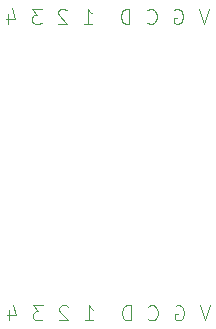
<source format=gbr>
%TF.GenerationSoftware,KiCad,Pcbnew,6.0.2-378541a8eb~116~ubuntu20.04.1*%
%TF.CreationDate,2022-03-15T11:55:06+02:00*%
%TF.ProjectId,ActionPCB,41637469-6f6e-4504-9342-2e6b69636164,rev?*%
%TF.SameCoordinates,Original*%
%TF.FileFunction,Legend,Bot*%
%TF.FilePolarity,Positive*%
%FSLAX46Y46*%
G04 Gerber Fmt 4.6, Leading zero omitted, Abs format (unit mm)*
G04 Created by KiCad (PCBNEW 6.0.2-378541a8eb~116~ubuntu20.04.1) date 2022-03-15 11:55:06*
%MOMM*%
%LPD*%
G01*
G04 APERTURE LIST*
%ADD10C,0.125000*%
G04 APERTURE END LIST*
D10*
X131767857Y-35254523D02*
X131344523Y-36524523D01*
X130921190Y-35254523D01*
X128865000Y-35315000D02*
X128985952Y-35254523D01*
X129167380Y-35254523D01*
X129348809Y-35315000D01*
X129469761Y-35435952D01*
X129530238Y-35556904D01*
X129590714Y-35798809D01*
X129590714Y-35980238D01*
X129530238Y-36222142D01*
X129469761Y-36343095D01*
X129348809Y-36464047D01*
X129167380Y-36524523D01*
X129046428Y-36524523D01*
X128865000Y-36464047D01*
X128804523Y-36403571D01*
X128804523Y-35980238D01*
X129046428Y-35980238D01*
X126566904Y-36403571D02*
X126627380Y-36464047D01*
X126808809Y-36524523D01*
X126929761Y-36524523D01*
X127111190Y-36464047D01*
X127232142Y-36343095D01*
X127292619Y-36222142D01*
X127353095Y-35980238D01*
X127353095Y-35798809D01*
X127292619Y-35556904D01*
X127232142Y-35435952D01*
X127111190Y-35315000D01*
X126929761Y-35254523D01*
X126808809Y-35254523D01*
X126627380Y-35315000D01*
X126566904Y-35375476D01*
X125055000Y-36524523D02*
X125055000Y-35254523D01*
X124752619Y-35254523D01*
X124571190Y-35315000D01*
X124450238Y-35435952D01*
X124389761Y-35556904D01*
X124329285Y-35798809D01*
X124329285Y-35980238D01*
X124389761Y-36222142D01*
X124450238Y-36343095D01*
X124571190Y-36464047D01*
X124752619Y-36524523D01*
X125055000Y-36524523D01*
X121184523Y-36524523D02*
X121910238Y-36524523D01*
X121547380Y-36524523D02*
X121547380Y-35254523D01*
X121668333Y-35435952D01*
X121789285Y-35556904D01*
X121910238Y-35617380D01*
X119733095Y-35375476D02*
X119672619Y-35315000D01*
X119551666Y-35254523D01*
X119249285Y-35254523D01*
X119128333Y-35315000D01*
X119067857Y-35375476D01*
X119007380Y-35496428D01*
X119007380Y-35617380D01*
X119067857Y-35798809D01*
X119793571Y-36524523D01*
X119007380Y-36524523D01*
X117616428Y-35254523D02*
X116830238Y-35254523D01*
X117253571Y-35738333D01*
X117072142Y-35738333D01*
X116951190Y-35798809D01*
X116890714Y-35859285D01*
X116830238Y-35980238D01*
X116830238Y-36282619D01*
X116890714Y-36403571D01*
X116951190Y-36464047D01*
X117072142Y-36524523D01*
X117435000Y-36524523D01*
X117555952Y-36464047D01*
X117616428Y-36403571D01*
X114774047Y-35677857D02*
X114774047Y-36524523D01*
X115076428Y-35194047D02*
X115378809Y-36101190D01*
X114592619Y-36101190D01*
X131867857Y-60354523D02*
X131444523Y-61624523D01*
X131021190Y-60354523D01*
X128965000Y-60415000D02*
X129085952Y-60354523D01*
X129267380Y-60354523D01*
X129448809Y-60415000D01*
X129569761Y-60535952D01*
X129630238Y-60656904D01*
X129690714Y-60898809D01*
X129690714Y-61080238D01*
X129630238Y-61322142D01*
X129569761Y-61443095D01*
X129448809Y-61564047D01*
X129267380Y-61624523D01*
X129146428Y-61624523D01*
X128965000Y-61564047D01*
X128904523Y-61503571D01*
X128904523Y-61080238D01*
X129146428Y-61080238D01*
X126666904Y-61503571D02*
X126727380Y-61564047D01*
X126908809Y-61624523D01*
X127029761Y-61624523D01*
X127211190Y-61564047D01*
X127332142Y-61443095D01*
X127392619Y-61322142D01*
X127453095Y-61080238D01*
X127453095Y-60898809D01*
X127392619Y-60656904D01*
X127332142Y-60535952D01*
X127211190Y-60415000D01*
X127029761Y-60354523D01*
X126908809Y-60354523D01*
X126727380Y-60415000D01*
X126666904Y-60475476D01*
X125155000Y-61624523D02*
X125155000Y-60354523D01*
X124852619Y-60354523D01*
X124671190Y-60415000D01*
X124550238Y-60535952D01*
X124489761Y-60656904D01*
X124429285Y-60898809D01*
X124429285Y-61080238D01*
X124489761Y-61322142D01*
X124550238Y-61443095D01*
X124671190Y-61564047D01*
X124852619Y-61624523D01*
X125155000Y-61624523D01*
X121284523Y-61624523D02*
X122010238Y-61624523D01*
X121647380Y-61624523D02*
X121647380Y-60354523D01*
X121768333Y-60535952D01*
X121889285Y-60656904D01*
X122010238Y-60717380D01*
X119833095Y-60475476D02*
X119772619Y-60415000D01*
X119651666Y-60354523D01*
X119349285Y-60354523D01*
X119228333Y-60415000D01*
X119167857Y-60475476D01*
X119107380Y-60596428D01*
X119107380Y-60717380D01*
X119167857Y-60898809D01*
X119893571Y-61624523D01*
X119107380Y-61624523D01*
X117716428Y-60354523D02*
X116930238Y-60354523D01*
X117353571Y-60838333D01*
X117172142Y-60838333D01*
X117051190Y-60898809D01*
X116990714Y-60959285D01*
X116930238Y-61080238D01*
X116930238Y-61382619D01*
X116990714Y-61503571D01*
X117051190Y-61564047D01*
X117172142Y-61624523D01*
X117535000Y-61624523D01*
X117655952Y-61564047D01*
X117716428Y-61503571D01*
X114874047Y-60777857D02*
X114874047Y-61624523D01*
X115176428Y-60294047D02*
X115478809Y-61201190D01*
X114692619Y-61201190D01*
M02*

</source>
